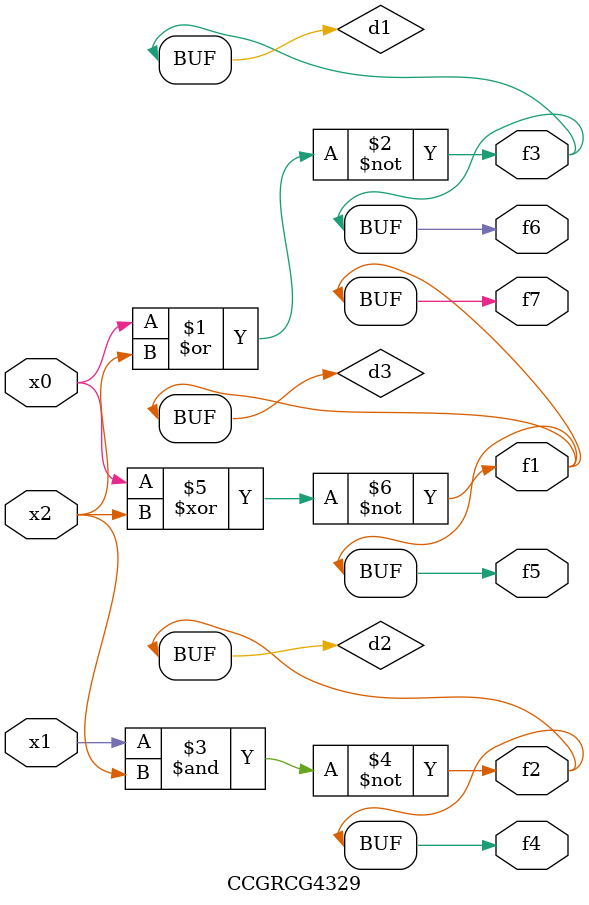
<source format=v>
module CCGRCG4329(
	input x0, x1, x2,
	output f1, f2, f3, f4, f5, f6, f7
);

	wire d1, d2, d3;

	nor (d1, x0, x2);
	nand (d2, x1, x2);
	xnor (d3, x0, x2);
	assign f1 = d3;
	assign f2 = d2;
	assign f3 = d1;
	assign f4 = d2;
	assign f5 = d3;
	assign f6 = d1;
	assign f7 = d3;
endmodule

</source>
